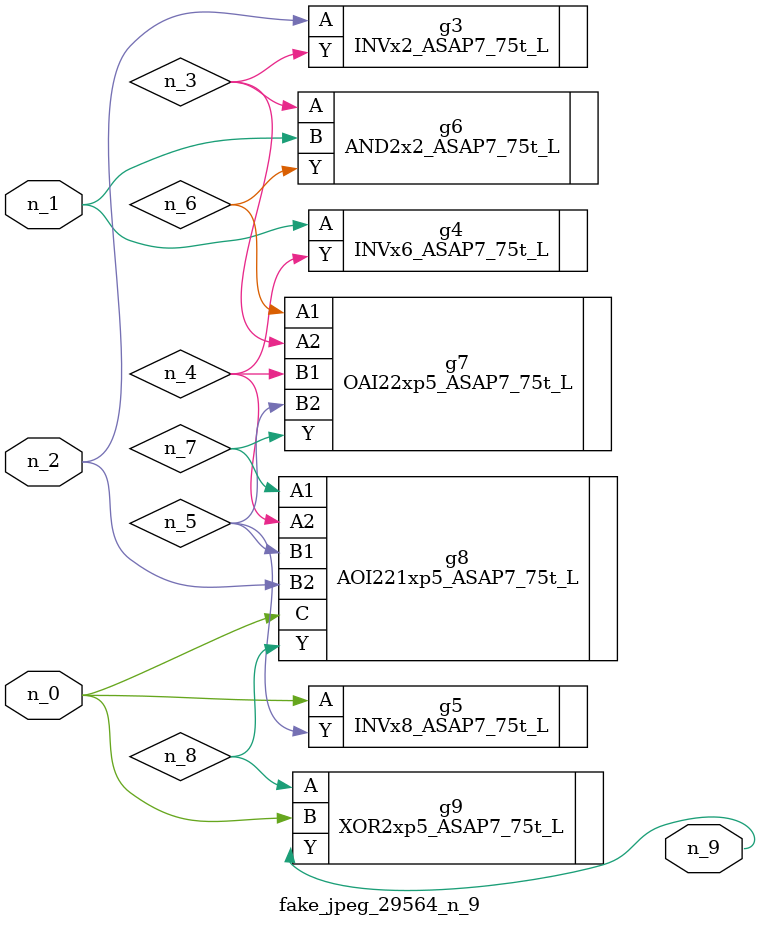
<source format=v>
module fake_jpeg_29564_n_9 (n_0, n_2, n_1, n_9);

input n_0;
input n_2;
input n_1;

output n_9;

wire n_3;
wire n_4;
wire n_8;
wire n_6;
wire n_5;
wire n_7;

INVx2_ASAP7_75t_L g3 ( 
.A(n_2),
.Y(n_3)
);

INVx6_ASAP7_75t_L g4 ( 
.A(n_1),
.Y(n_4)
);

INVx8_ASAP7_75t_L g5 ( 
.A(n_0),
.Y(n_5)
);

AND2x2_ASAP7_75t_L g6 ( 
.A(n_3),
.B(n_1),
.Y(n_6)
);

OAI22xp5_ASAP7_75t_L g7 ( 
.A1(n_6),
.A2(n_3),
.B1(n_4),
.B2(n_5),
.Y(n_7)
);

AOI221xp5_ASAP7_75t_L g8 ( 
.A1(n_7),
.A2(n_4),
.B1(n_5),
.B2(n_2),
.C(n_0),
.Y(n_8)
);

XOR2xp5_ASAP7_75t_L g9 ( 
.A(n_8),
.B(n_0),
.Y(n_9)
);


endmodule
</source>
